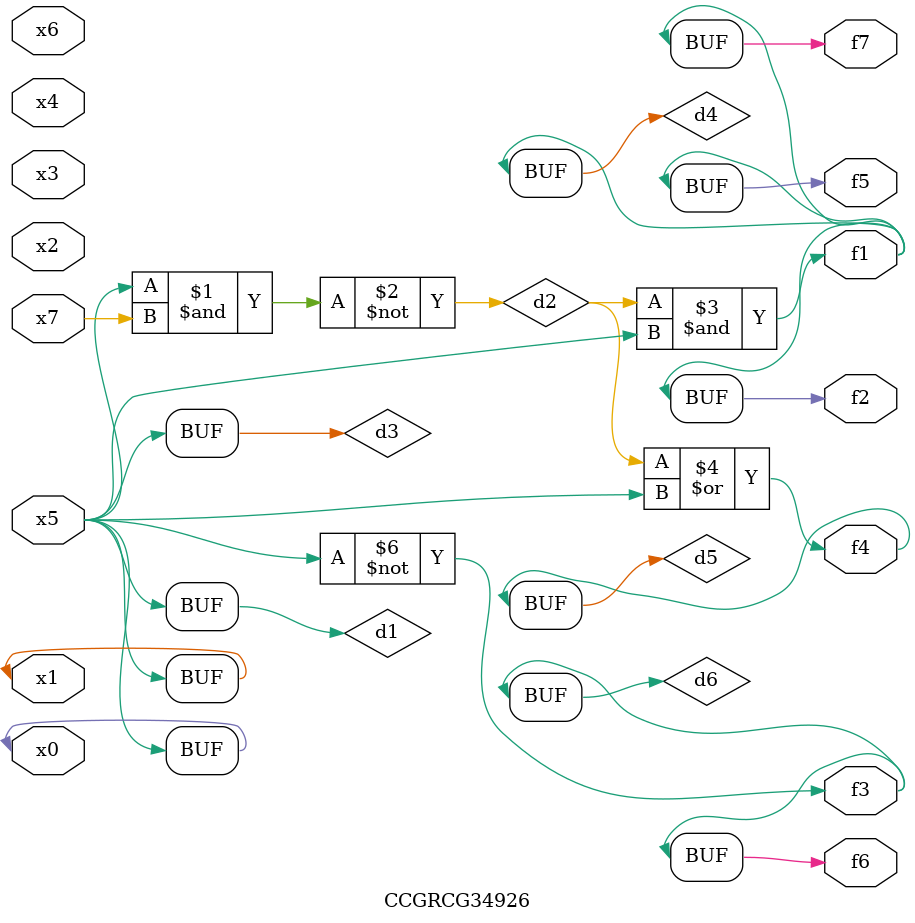
<source format=v>
module CCGRCG34926(
	input x0, x1, x2, x3, x4, x5, x6, x7,
	output f1, f2, f3, f4, f5, f6, f7
);

	wire d1, d2, d3, d4, d5, d6;

	buf (d1, x0, x5);
	nand (d2, x5, x7);
	buf (d3, x0, x1);
	and (d4, d2, d3);
	or (d5, d2, d3);
	nor (d6, d1, d3);
	assign f1 = d4;
	assign f2 = d4;
	assign f3 = d6;
	assign f4 = d5;
	assign f5 = d4;
	assign f6 = d6;
	assign f7 = d4;
endmodule

</source>
